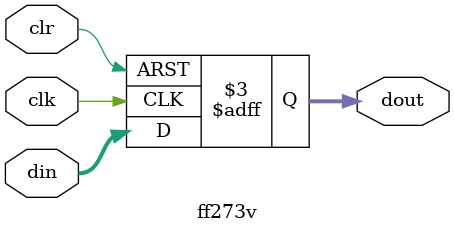
<source format=v>
module ff273v (din, clk, clr, dout);
  input [7:0] din;
  input clk, clr;
  output [7:0] dout;
  reg [7:0] dout;
  reg [7:0] dinn,dins;
  always @(posedge clk or negedge clr)
  begin
  if (!clr)
    dout <= 8'b00000000;
  else
    begin
      dout<=din;
    end
  end
endmodule

</source>
